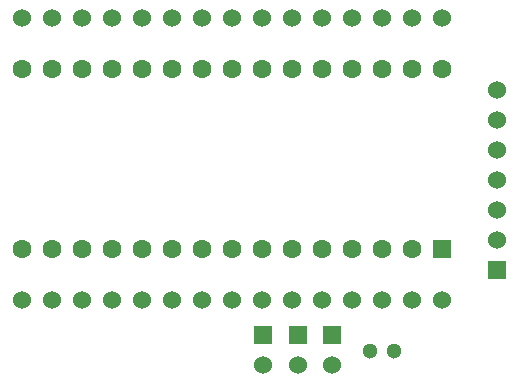
<source format=gbl>
G04 Layer: BottomLayer*
G04 EasyEDA v6.4.19.4, 2021-04-27T12:02:32+05:30*
G04 545d4b8ce55c4096bfffc31d6a5384ca,10*
G04 Gerber Generator version 0.2*
G04 Scale: 100 percent, Rotated: No, Reflected: No *
G04 Dimensions in millimeters *
G04 leading zeros omitted , absolute positions ,4 integer and 5 decimal *
%FSLAX45Y45*%
%MOMM*%

%ADD12R,1.5240X1.5240*%
%ADD13C,1.5240*%
%ADD14C,1.3000*%
%ADD15R,1.6000X1.6000*%
%ADD16C,1.6000*%

%LPD*%
D12*
G01*
X5092700Y3403600D03*
D13*
G01*
X5092700Y3657600D03*
G01*
X5092700Y3911600D03*
G01*
X5092700Y4165600D03*
G01*
X5092700Y4419600D03*
G01*
X5092700Y4673600D03*
G01*
X5092700Y4927600D03*
D14*
G01*
X4014800Y2717800D03*
G01*
X4214799Y2717800D03*
D12*
G01*
X3111500Y2857500D03*
D13*
G01*
X3111500Y2603500D03*
D12*
G01*
X3695700Y2857500D03*
D13*
G01*
X3695700Y2603500D03*
D12*
G01*
X3403600Y2857500D03*
D13*
G01*
X3403600Y2603500D03*
D15*
G01*
X4622800Y3581400D03*
D16*
G01*
X4368800Y3581400D03*
G01*
X4114800Y3581400D03*
G01*
X3860800Y3581400D03*
G01*
X3606800Y3581400D03*
G01*
X3352800Y3581400D03*
G01*
X3098800Y3581400D03*
G01*
X2844800Y3581400D03*
G01*
X2590800Y3581400D03*
G01*
X2336800Y3581400D03*
G01*
X2082800Y3581400D03*
G01*
X1828800Y3581400D03*
G01*
X1574800Y3581400D03*
G01*
X1320800Y3581400D03*
G01*
X1066800Y3581400D03*
G01*
X1066800Y5105400D03*
G01*
X1320800Y5105400D03*
G01*
X1574800Y5105400D03*
G01*
X1828800Y5105400D03*
G01*
X2082800Y5105400D03*
G01*
X2336800Y5105400D03*
G01*
X2590800Y5105400D03*
G01*
X2844800Y5105400D03*
G01*
X3098800Y5105400D03*
G01*
X3352800Y5105400D03*
G01*
X3606800Y5105400D03*
G01*
X3860800Y5105400D03*
G01*
X4114800Y5105400D03*
G01*
X4368800Y5105400D03*
G01*
X4622800Y5105400D03*
D13*
G01*
X1067028Y5537428D03*
G01*
X1321028Y5537428D03*
G01*
X1575028Y5537428D03*
G01*
X1829028Y5537428D03*
G01*
X2083028Y5537428D03*
G01*
X2337028Y5537428D03*
G01*
X2591028Y5537428D03*
G01*
X2845028Y5537428D03*
G01*
X3099028Y5537428D03*
G01*
X3353028Y5537428D03*
G01*
X3607028Y5537428D03*
G01*
X3861028Y5537428D03*
G01*
X4115028Y5537428D03*
G01*
X4369028Y5537428D03*
G01*
X4623028Y5537428D03*
G01*
X4622571Y3149371D03*
G01*
X4368571Y3149371D03*
G01*
X4114571Y3149371D03*
G01*
X3860571Y3149371D03*
G01*
X3606571Y3149371D03*
G01*
X3352571Y3149371D03*
G01*
X3098571Y3149371D03*
G01*
X2844571Y3149371D03*
G01*
X2590571Y3149371D03*
G01*
X2336571Y3149371D03*
G01*
X2082571Y3149371D03*
G01*
X1828571Y3149371D03*
G01*
X1574571Y3149371D03*
G01*
X1320571Y3149371D03*
G01*
X1066571Y3149371D03*
M02*

</source>
